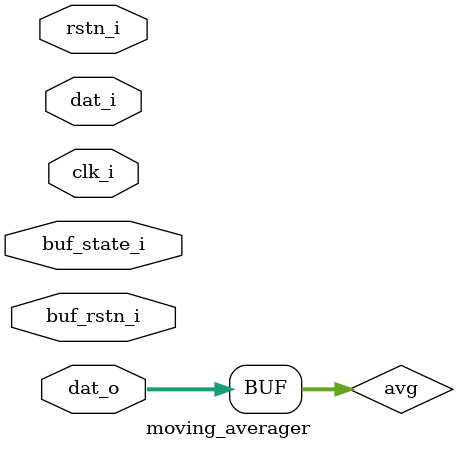
<source format=v>
`timescale 1ns / 1ps


module moving_averager(
    input [14-1:0]  dat_i,
    input [14-1:0]  dat_o,
    input           clk_i,
    input           rstn_i,
    input [3-1:0]   buf_state_i,
    input	     buf_rstn_i		
    );
    
/////////////////////////////
///CREATING MOVING AVERAGE///
/////////////////////////////
reg [14-1:0] avg_buf [0:64-1];
reg [14-1:0] avg;
reg [14-1:0] old_val;

reg [22-1:0] sum;

reg [7-1:0] w_pnt = 7'd0; // as we have up to 64 elements in avg_buf,
reg [7-1:0] r_pnt = 7'd1; // the pointers can be in the range 0-64 (always one extra element needed)

always @(posedge clk_i)
begin
    if (buf_rstn_i) begin
        sum <= 22'd0;
    end
    else begin
        avg_buf[w_pnt] <= $signed(dat_i);
        old_val <= $signed(avg_buf[r_pnt]);
        
        sum <= $signed(sum) + $signed(dat_i) - $signed(old_val);
        
        case(buf_state_i)
            3'b000: begin avg <= $signed(dat_i); end
            3'b001: begin avg <= $signed({sum[15-1:1]}); end // division by 2
            3'b010: begin avg <= $signed({sum[16-1:2]}); end // division by 4
            3'b011: begin avg <= $signed({sum[17-1:3]}); end // division by 8
            3'b100: begin avg <= $signed({sum[18-1:4]}); end // division by 16
            3'b101: begin avg <= $signed({sum[19-1:5]}); end // division by 32
            3'b110: begin avg <= $signed({sum[20-1:6]}); end // division by 64
        endcase
    end
   
end
assign dat_o = $signed(avg);

reg [7-1:0] max_val = 7'd64;

always @(posedge clk_i)
begin
    if (buf_rstn_i) begin
        w_pnt = 7'd0;
        r_pnt = 7'd1;
    end
	
    
    case(buf_state_i)
    	3'b001: begin max_val <= 7'd2; end // division by 2
    	3'b010: begin max_val <= 7'd4; end // division by 4
    	3'b011: begin max_val <= 7'd8; end // division by 8
    	3'b100: begin max_val <= 7'd16; end // division by 16
    	3'b101: begin max_val <= 7'd32; end // division by 32
    	3'b110: begin max_val <= 7'd64; end // division by 64
    endcase
    
    // note that both pointers move 1 step
    // per clk cycle; however, r_pnt is 1 step ahead
    if (w_pnt == max_val) begin
    	w_pnt <= 7'd0;
    end
    else begin
    	w_pnt <= w_pnt + 7'd1;
    end
    
    if (r_pnt == max_val) begin
    	r_pnt <= 7'd0;
    end
    else begin
    	r_pnt <= r_pnt + 7'd1;
    end
end


    
endmodule

</source>
